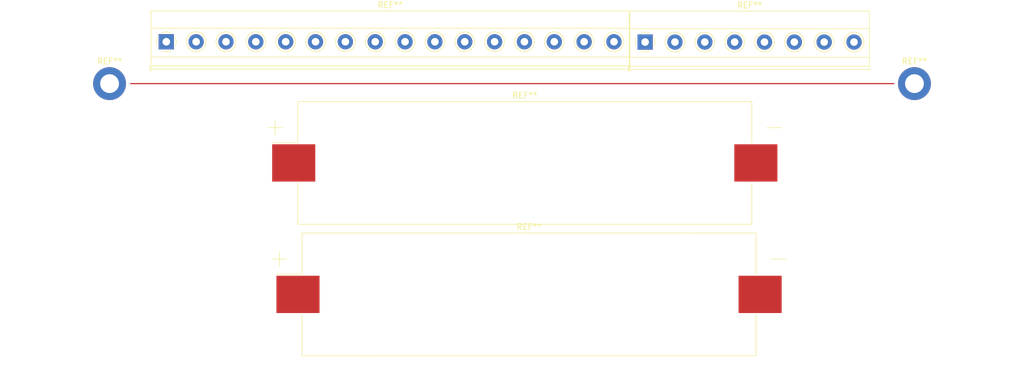
<source format=kicad_pcb>
(kicad_pcb (version 20240108) (generator "pcbnew") (generator_version "8.0")
  (layers (0 "F.Cu" signal) (31 "B.Cu" signal) (34 "B.Paste" user) (35 "F.Paste" user) (36 "B.SilkS" user "B.Silkscreen") (37 "F.SilkS" user "F.Silkscreen") (38 "B.Mask" user) (39 "F.Mask" user) (44 "Edge.Cuts" user))
  (net 0 "")
  (footprint "MountingHole:MountingHole_3.2mm_M3_DIN965_Pad_TopBottom" (layer "F.Cu") (at 137 0)
    (property "Reference" "REF**" (at 0 -3.8 0) (layer "F.SilkS"))
    (property "Value" "MountingHole_3.2mm_M3_DIN965_Pad_TopBottom")
    (pad "1" thru_hole circle (at 0 0) (size 3.6 3.6) (drill 3.2) (layers "*.Cu" "*.Mask"))
    (pad "1" connect circle (at 0 0) (size 5.6 5.6) (layers "F.Cu" "F.Mask"))
    (pad "1" connect circle (at 0 0) (size 5.6 5.6) (layers "B.Cu" "B.Mask"))
  )
  (footprint "Battery:BatteryHolder_Keystone_1042_1x18650" (layer "F.Cu") (at 70.675 13.5)
    (property "Reference" "REF**" (at 0 -11.5 0) (layer "F.SilkS"))
    (property "Value" "BatteryHolder_Keystone_1042_1x18650")
    (fp_line (start -43.75 -6) (end -41.25 -6) (stroke (width 0.12)) (layer "F.SilkS"))
    (fp_line (start -42.5 -4.75) (end -42.5 -7.25) (stroke (width 0.12)) (layer "F.SilkS"))
    (fp_line (start -38.64 -10.44) (end -38.64 -3.44) (stroke (width 0.12)) (layer "F.SilkS"))
    (fp_line (start -38.64 -3.44) (end -43 -3.44) (stroke (width 0.12)) (layer "F.SilkS"))
    (fp_line (start -38.64 10.44) (end -38.64 3.44) (stroke (width 0.12)) (layer "F.SilkS"))
    (fp_line (start 38.64 -10.44) (end -38.64 -10.44) (stroke (width 0.12)) (layer "F.SilkS"))
    (fp_line (start 38.64 -3.44) (end 38.64 -10.42) (stroke (width 0.12)) (layer "F.SilkS"))
    (fp_line (start 38.64 3.44) (end 38.64 10.44) (stroke (width 0.12)) (layer "F.SilkS"))
    (fp_line (start 38.64 10.44) (end -38.64 10.44) (stroke (width 0.12)) (layer "F.SilkS"))
    (fp_line (start 43.75 -6) (end 41.25 -6) (stroke (width 0.12)) (layer "F.SilkS"))
    (pad "" np_thru_hole circle (at -35.93 -8) (size 2.39 2.39) (drill 2.39) (layers "*.Cu" "*.Mask"))
    (pad "" np_thru_hole circle (at -27.6 8) (size 3.45 3.45) (drill 3.45) (layers "*.Cu" "*.Mask"))
    (pad "" np_thru_hole circle (at 27.6 -8) (size 3.45 3.45) (drill 3.45) (layers "*.Cu" "*.Mask"))
    (pad "1" smd rect (at -39.33 0) (size 7.34 6.35) (layers "F.Cu" "F.Paste" "F.Mask"))
    (pad "2" smd rect (at 39.33 0) (size 7.34 6.35) (layers "F.Cu" "F.Paste" "F.Mask"))
  )
  (footprint "TerminalBlock_Phoenix:TerminalBlock_Phoenix_MKDS-1,5-8-5.08_1x08_P5.08mm_Horizontal" (layer "F.Cu") (at 91.155 -7.075)
    (property "Reference" "REF**" (at 17.78 -6.26 0) (layer "F.SilkS"))
    (property "Value" "TerminalBlock_Phoenix_MKDS-1,5-8-5.08_1x08_P5.08mm_Horizontal")
    (fp_line (start -2.84 4.16) (end -2.84 4.9) (stroke (width 0.12)) (layer "F.SilkS"))
    (fp_line (start -2.84 4.9) (end -2.34 4.9) (stroke (width 0.12)) (layer "F.SilkS"))
    (fp_line (start -2.6 -5.261) (end -2.6 4.66) (stroke (width 0.12)) (layer "F.SilkS"))
    (fp_line (start -2.6 -5.261) (end 38.16 -5.261) (stroke (width 0.12)) (layer "F.SilkS"))
    (fp_line (start -2.6 -2.301) (end 38.16 -2.301) (stroke (width 0.12)) (layer "F.SilkS"))
    (fp_line (start -2.6 2.6) (end 38.16 2.6) (stroke (width 0.12)) (layer "F.SilkS"))
    (fp_line (start -2.6 4.1) (end 38.16 4.1) (stroke (width 0.12)) (layer "F.SilkS"))
    (fp_line (start -2.6 4.66) (end 38.16 4.66) (stroke (width 0.12)) (layer "F.SilkS"))
    (fp_line (start 3.853 1.023) (end 3.806 1.069) (stroke (width 0.12)) (layer "F.SilkS"))
    (fp_line (start 4.046 1.239) (end 4.011 1.274) (stroke (width 0.12)) (layer "F.SilkS"))
    (fp_line (start 6.15 -1.275) (end 6.115 -1.239) (stroke (width 0.12)) (layer "F.SilkS"))
    (fp_line (start 6.355 -1.069) (end 6.308 -1.023) (stroke (width 0.12)) (layer "F.SilkS"))
    (fp_line (start 8.933 1.023) (end 8.886 1.069) (stroke (width 0.12)) (layer "F.SilkS"))
    (fp_line (start 9.126 1.239) (end 9.091 1.274) (stroke (width 0.12)) (layer "F.SilkS"))
    (fp_line (start 11.23 -1.275) (end 11.195 -1.239) (stroke (width 0.12)) (layer "F.SilkS"))
    (fp_line (start 11.435 -1.069) (end 11.388 -1.023) (stroke (width 0.12)) (layer "F.SilkS"))
    (fp_line (start 14.013 1.023) (end 13.966 1.069) (stroke (width 0.12)) (layer "F.SilkS"))
    (fp_line (start 14.206 1.239) (end 14.171 1.274) (stroke (width 0.12)) (layer "F.SilkS"))
    (fp_line (start 16.31 -1.275) (end 16.275 -1.239) (stroke (width 0.12)) (layer "F.SilkS"))
    (fp_line (start 16.515 -1.069) (end 16.468 -1.023) (stroke (width 0.12)) (layer "F.SilkS"))
    (fp_line (start 19.093 1.023) (end 19.046 1.069) (stroke (width 0.12)) (layer "F.SilkS"))
    (fp_line (start 19.286 1.239) (end 19.251 1.274) (stroke (width 0.12)) (layer "F.SilkS"))
    (fp_line (start 21.39 -1.275) (end 21.355 -1.239) (stroke (width 0.12)) (layer "F.SilkS"))
    (fp_line (start 21.595 -1.069) (end 21.548 -1.023) (stroke (width 0.12)) (layer "F.SilkS"))
    (fp_line (start 24.173 1.023) (end 24.126 1.069) (stroke (width 0.12)) (layer "F.SilkS"))
    (fp_line (start 24.366 1.239) (end 24.331 1.274) (stroke (width 0.12)) (layer "F.SilkS"))
    (fp_line (start 26.47 -1.275) (end 26.435 -1.239) (stroke (width 0.12)) (layer "F.SilkS"))
    (fp_line (start 26.675 -1.069) (end 26.628 -1.023) (stroke (width 0.12)) (layer "F.SilkS"))
    (fp_line (start 29.253 1.023) (end 29.206 1.069) (stroke (width 0.12)) (layer "F.SilkS"))
    (fp_line (start 29.446 1.239) (end 29.411 1.274) (stroke (width 0.12)) (layer "F.SilkS"))
    (fp_line (start 31.55 -1.275) (end 31.515 -1.239) (stroke (width 0.12)) (layer "F.SilkS"))
    (fp_line (start 31.755 -1.069) (end 31.708 -1.023) (stroke (width 0.12)) (layer "F.SilkS"))
    (fp_line (start 34.333 1.023) (end 34.286 1.069) (stroke (width 0.12)) (layer "F.SilkS"))
    (fp_line (start 34.526 1.239) (end 34.491 1.274) (stroke (width 0.12)) (layer "F.SilkS"))
    (fp_line (start 36.63 -1.275) (end 36.595 -1.239) (stroke (width 0.12)) (layer "F.SilkS"))
    (fp_line (start 36.835 -1.069) (end 36.788 -1.023) (stroke (width 0.12)) (layer "F.SilkS"))
    (fp_line (start 38.16 -5.261) (end 38.16 4.66) (stroke (width 0.12)) (layer "F.SilkS"))
    (fp_arc (start -1.535427 0.683042) (mid -1.680501 -0.000524) (end -1.535 -0.684) (stroke (width 0.12)) (layer "F.SilkS"))
    (fp_arc (start -0.683042 -1.535427) (mid 0.000524 -1.680501) (end 0.684 -1.535) (stroke (width 0.12)) (layer "F.SilkS"))
    (fp_arc (start 0.028805 1.680253) (mid -0.335551 1.646659) (end -0.684 1.535) (stroke (width 0.12)) (layer "F.SilkS"))
    (fp_arc (start 0.683318 1.534756) (mid 0.349292 1.643288) (end 0 1.68) (stroke (width 0.12)) (layer "F.SilkS"))
    (fp_arc (start 1.535427 -0.683042) (mid 1.680501 0.000524) (end 1.535 0.684) (stroke (width 0.12)) (layer "F.SilkS"))
    (fp_circle (center 5.08 0) (end 6.76 0) (stroke (width 0.12)) (fill none) (layer "F.SilkS"))
    (fp_circle (center 10.16 0) (end 11.84 0) (stroke (width 0.12)) (fill none) (layer "F.SilkS"))
    (fp_circle (center 15.24 0) (end 16.92 0) (stroke (width 0.12)) (fill none) (layer "F.SilkS"))
    (fp_circle (center 20.32 0) (end 22 0) (stroke (width 0.12)) (fill none) (layer "F.SilkS"))
    (fp_circle (center 25.4 0) (end 27.08 0) (stroke (width 0.12)) (fill none) (layer "F.SilkS"))
    (fp_circle (center 30.48 0) (end 32.16 0) (stroke (width 0.12)) (fill none) (layer "F.SilkS"))
    (fp_circle (center 35.56 0) (end 37.24 0) (stroke (width 0.12)) (fill none) (layer "F.SilkS"))
    (pad "1" thru_hole rect (at 0 0) (size 2.6 2.6) (drill 1.3) (layers "*.Cu" "*.Mask"))
    (pad "2" thru_hole circle (at 5.08 0) (size 2.6 2.6) (drill 1.3) (layers "*.Cu" "*.Mask"))
    (pad "3" thru_hole circle (at 10.16 0) (size 2.6 2.6) (drill 1.3) (layers "*.Cu" "*.Mask"))
    (pad "4" thru_hole circle (at 15.24 0) (size 2.6 2.6) (drill 1.3) (layers "*.Cu" "*.Mask"))
    (pad "5" thru_hole circle (at 20.32 0) (size 2.6 2.6) (drill 1.3) (layers "*.Cu" "*.Mask"))
    (pad "6" thru_hole circle (at 25.4 0) (size 2.6 2.6) (drill 1.3) (layers "*.Cu" "*.Mask"))
    (pad "7" thru_hole circle (at 30.48 0) (size 2.6 2.6) (drill 1.3) (layers "*.Cu" "*.Mask"))
    (pad "8" thru_hole circle (at 35.56 0) (size 2.6 2.6) (drill 1.3) (layers "*.Cu" "*.Mask"))
  )
  (footprint "Battery:BatteryHolder_Keystone_1042_1x18650" (layer "F.Cu") (at 71.4 35.875)
    (property "Reference" "REF**" (at 0 -11.5 0) (layer "F.SilkS"))
    (property "Value" "BatteryHolder_Keystone_1042_1x18650")
    (fp_line (start -43.75 -6) (end -41.25 -6) (stroke (width 0.12)) (layer "F.SilkS"))
    (fp_line (start -42.5 -4.75) (end -42.5 -7.25) (stroke (width 0.12)) (layer "F.SilkS"))
    (fp_line (start -38.64 -10.44) (end -38.64 -3.44) (stroke (width 0.12)) (layer "F.SilkS"))
    (fp_line (start -38.64 -3.44) (end -43 -3.44) (stroke (width 0.12)) (layer "F.SilkS"))
    (fp_line (start -38.64 10.44) (end -38.64 3.44) (stroke (width 0.12)) (layer "F.SilkS"))
    (fp_line (start 38.64 -10.44) (end -38.64 -10.44) (stroke (width 0.12)) (layer "F.SilkS"))
    (fp_line (start 38.64 -3.44) (end 38.64 -10.42) (stroke (width 0.12)) (layer "F.SilkS"))
    (fp_line (start 38.64 3.44) (end 38.64 10.44) (stroke (width 0.12)) (layer "F.SilkS"))
    (fp_line (start 38.64 10.44) (end -38.64 10.44) (stroke (width 0.12)) (layer "F.SilkS"))
    (fp_line (start 43.75 -6) (end 41.25 -6) (stroke (width 0.12)) (layer "F.SilkS"))
    (pad "" np_thru_hole circle (at -35.93 -8) (size 2.39 2.39) (drill 2.39) (layers "F&B.Cu" "*.Mask"))
    (pad "" np_thru_hole circle (at -27.6 8) (size 3.45 3.45) (drill 3.45) (layers "F&B.Cu" "*.Mask"))
    (pad "" np_thru_hole circle (at 27.6 -8) (size 3.45 3.45) (drill 3.45) (layers "F&B.Cu" "*.Mask"))
    (pad "1" smd rect (at -39.33 0) (size 7.34 6.35) (layers "F.Cu" "F.Paste" "F.Mask"))
    (pad "2" smd rect (at 39.33 0) (size 7.34 6.35) (layers "F.Cu" "F.Paste" "F.Mask"))
  )
  (footprint "MountingHole:MountingHole_3.2mm_M3_DIN965_Pad_TopBottom" (layer "F.Cu") (at 0 0)
    (property "Reference" "REF**" (at 0 -3.8 0) (layer "F.SilkS"))
    (property "Value" "MountingHole_3.2mm_M3_DIN965_Pad_TopBottom")
    (pad "1" thru_hole circle (at 0 0) (size 3.6 3.6) (drill 3.2) (layers "*.Cu" "*.Mask"))
    (pad "1" connect circle (at 0 0) (size 5.6 5.6) (layers "F.Cu" "F.Mask"))
    (pad "1" connect circle (at 0 0) (size 5.6 5.6) (layers "B.Cu" "B.Mask"))
  )
  (footprint "TerminalBlock_Phoenix:TerminalBlock_Phoenix_MKDS-1,5-16-5.08_1x16_P5.08mm_Horizontal" (layer "F.Cu") (at 9.655 -7.125)
    (property "Reference" "REF**" (at 38.1 -6.26 0) (layer "F.SilkS"))
    (property "Value" "TerminalBlock_Phoenix_MKDS-1,5-16-5.08_1x16_P5.08mm_Horizontal")
    (fp_line (start -2.84 4.16) (end -2.84 4.9) (stroke (width 0.12)) (layer "F.SilkS"))
    (fp_line (start -2.84 4.9) (end -2.34 4.9) (stroke (width 0.12)) (layer "F.SilkS"))
    (fp_line (start -2.6 -5.261) (end -2.6 4.66) (stroke (width 0.12)) (layer "F.SilkS"))
    (fp_line (start -2.6 -5.261) (end 78.801 -5.261) (stroke (width 0.12)) (layer "F.SilkS"))
    (fp_line (start -2.6 -2.301) (end 78.801 -2.301) (stroke (width 0.12)) (layer "F.SilkS"))
    (fp_line (start -2.6 2.6) (end 78.801 2.6) (stroke (width 0.12)) (layer "F.SilkS"))
    (fp_line (start -2.6 4.1) (end 78.801 4.1) (stroke (width 0.12)) (layer "F.SilkS"))
    (fp_line (start -2.6 4.66) (end 78.801 4.66) (stroke (width 0.12)) (layer "F.SilkS"))
    (fp_line (start 3.853 1.023) (end 3.806 1.069) (stroke (width 0.12)) (layer "F.SilkS"))
    (fp_line (start 4.046 1.239) (end 4.011 1.274) (stroke (width 0.12)) (layer "F.SilkS"))
    (fp_line (start 6.15 -1.275) (end 6.115 -1.239) (stroke (width 0.12)) (layer "F.SilkS"))
    (fp_line (start 6.355 -1.069) (end 6.308 -1.023) (stroke (width 0.12)) (layer "F.SilkS"))
    (fp_line (start 8.933 1.023) (end 8.886 1.069) (stroke (width 0.12)) (layer "F.SilkS"))
    (fp_line (start 9.126 1.239) (end 9.091 1.274) (stroke (width 0.12)) (layer "F.SilkS"))
    (fp_line (start 11.23 -1.275) (end 11.195 -1.239) (stroke (width 0.12)) (layer "F.SilkS"))
    (fp_line (start 11.435 -1.069) (end 11.388 -1.023) (stroke (width 0.12)) (layer "F.SilkS"))
    (fp_line (start 14.013 1.023) (end 13.966 1.069) (stroke (width 0.12)) (layer "F.SilkS"))
    (fp_line (start 14.206 1.239) (end 14.171 1.274) (stroke (width 0.12)) (layer "F.SilkS"))
    (fp_line (start 16.31 -1.275) (end 16.275 -1.239) (stroke (width 0.12)) (layer "F.SilkS"))
    (fp_line (start 16.515 -1.069) (end 16.468 -1.023) (stroke (width 0.12)) (layer "F.SilkS"))
    (fp_line (start 19.093 1.023) (end 19.046 1.069) (stroke (width 0.12)) (layer "F.SilkS"))
    (fp_line (start 19.286 1.239) (end 19.251 1.274) (stroke (width 0.12)) (layer "F.SilkS"))
    (fp_line (start 21.39 -1.275) (end 21.355 -1.239) (stroke (width 0.12)) (layer "F.SilkS"))
    (fp_line (start 21.595 -1.069) (end 21.548 -1.023) (stroke (width 0.12)) (layer "F.SilkS"))
    (fp_line (start 24.173 1.023) (end 24.126 1.069) (stroke (width 0.12)) (layer "F.SilkS"))
    (fp_line (start 24.366 1.239) (end 24.331 1.274) (stroke (width 0.12)) (layer "F.SilkS"))
    (fp_line (start 26.47 -1.275) (end 26.435 -1.239) (stroke (width 0.12)) (layer "F.SilkS"))
    (fp_line (start 26.675 -1.069) (end 26.628 -1.023) (stroke (width 0.12)) (layer "F.SilkS"))
    (fp_line (start 29.253 1.023) (end 29.206 1.069) (stroke (width 0.12)) (layer "F.SilkS"))
    (fp_line (start 29.446 1.239) (end 29.411 1.274) (stroke (width 0.12)) (layer "F.SilkS"))
    (fp_line (start 31.55 -1.275) (end 31.515 -1.239) (stroke (width 0.12)) (layer "F.SilkS"))
    (fp_line (start 31.755 -1.069) (end 31.708 -1.023) (stroke (width 0.12)) (layer "F.SilkS"))
    (fp_line (start 34.333 1.023) (end 34.286 1.069) (stroke (width 0.12)) (layer "F.SilkS"))
    (fp_line (start 34.526 1.239) (end 34.491 1.274) (stroke (width 0.12)) (layer "F.SilkS"))
    (fp_line (start 36.63 -1.275) (end 36.595 -1.239) (stroke (width 0.12)) (layer "F.SilkS"))
    (fp_line (start 36.835 -1.069) (end 36.788 -1.023) (stroke (width 0.12)) (layer "F.SilkS"))
    (fp_line (start 39.413 1.023) (end 39.366 1.069) (stroke (width 0.12)) (layer "F.SilkS"))
    (fp_line (start 39.606 1.239) (end 39.571 1.274) (stroke (width 0.12)) (layer "F.SilkS"))
    (fp_line (start 41.71 -1.275) (end 41.675 -1.239) (stroke (width 0.12)) (layer "F.SilkS"))
    (fp_line (start 41.915 -1.069) (end 41.868 -1.023) (stroke (width 0.12)) (layer "F.SilkS"))
    (fp_line (start 44.493 1.023) (end 44.446 1.069) (stroke (width 0.12)) (layer "F.SilkS"))
    (fp_line (start 44.686 1.239) (end 44.651 1.274) (stroke (width 0.12)) (layer "F.SilkS"))
    (fp_line (start 46.79 -1.275) (end 46.755 -1.239) (stroke (width 0.12)) (layer "F.SilkS"))
    (fp_line (start 46.995 -1.069) (end 46.948 -1.023) (stroke (width 0.12)) (layer "F.SilkS"))
    (fp_line (start 49.573 1.023) (end 49.526 1.069) (stroke (width 0.12)) (layer "F.SilkS"))
    (fp_line (start 49.766 1.239) (end 49.731 1.274) (stroke (width 0.12)) (layer "F.SilkS"))
    (fp_line (start 51.87 -1.275) (end 51.835 -1.239) (stroke (width 0.12)) (layer "F.SilkS"))
    (fp_line (start 52.075 -1.069) (end 52.028 -1.023) (stroke (width 0.12)) (layer "F.SilkS"))
    (fp_line (start 54.653 1.023) (end 54.606 1.069) (stroke (width 0.12)) (layer "F.SilkS"))
    (fp_line (start 54.846 1.239) (end 54.811 1.274) (stroke (width 0.12)) (layer "F.SilkS"))
    (fp_line (start 56.95 -1.275) (end 56.915 -1.239) (stroke (width 0.12)) (layer "F.SilkS"))
    (fp_line (start 57.155 -1.069) (end 57.108 -1.023) (stroke (width 0.12)) (layer "F.SilkS"))
    (fp_line (start 59.733 1.023) (end 59.686 1.069) (stroke (width 0.12)) (layer "F.SilkS"))
    (fp_line (start 59.926 1.239) (end 59.891 1.274) (stroke (width 0.12)) (layer "F.SilkS"))
    (fp_line (start 62.03 -1.275) (end 61.995 -1.239) (stroke (width 0.12)) (layer "F.SilkS"))
    (fp_line (start 62.235 -1.069) (end 62.188 -1.023) (stroke (width 0.12)) (layer "F.SilkS"))
    (fp_line (start 64.813 1.023) (end 64.766 1.069) (stroke (width 0.12)) (layer "F.SilkS"))
    (fp_line (start 65.006 1.239) (end 64.971 1.274) (stroke (width 0.12)) (layer "F.SilkS"))
    (fp_line (start 67.11 -1.275) (end 67.075 -1.239) (stroke (width 0.12)) (layer "F.SilkS"))
    (fp_line (start 67.315 -1.069) (end 67.268 -1.023) (stroke (width 0.12)) (layer "F.SilkS"))
    (fp_line (start 69.893 1.023) (end 69.846 1.069) (stroke (width 0.12)) (layer "F.SilkS"))
    (fp_line (start 70.086 1.239) (end 70.051 1.274) (stroke (width 0.12)) (layer "F.SilkS"))
    (fp_line (start 72.19 -1.275) (end 72.155 -1.239) (stroke (width 0.12)) (layer "F.SilkS"))
    (fp_line (start 72.395 -1.069) (end 72.348 -1.023) (stroke (width 0.12)) (layer "F.SilkS"))
    (fp_line (start 74.973 1.023) (end 74.926 1.069) (stroke (width 0.12)) (layer "F.SilkS"))
    (fp_line (start 75.166 1.239) (end 75.131 1.274) (stroke (width 0.12)) (layer "F.SilkS"))
    (fp_line (start 77.27 -1.275) (end 77.235 -1.239) (stroke (width 0.12)) (layer "F.SilkS"))
    (fp_line (start 77.475 -1.069) (end 77.428 -1.023) (stroke (width 0.12)) (layer "F.SilkS"))
    (fp_line (start 78.801 -5.261) (end 78.801 4.66) (stroke (width 0.12)) (layer "F.SilkS"))
    (fp_arc (start -1.535427 0.683042) (mid -1.680501 -0.000524) (end -1.535 -0.684) (stroke (width 0.12)) (layer "F.SilkS"))
    (fp_arc (start -0.683042 -1.535427) (mid 0.000524 -1.680501) (end 0.684 -1.535) (stroke (width 0.12)) (layer "F.SilkS"))
    (fp_arc (start 0.028805 1.680253) (mid -0.335551 1.646659) (end -0.684 1.535) (stroke (width 0.12)) (layer "F.SilkS"))
    (fp_arc (start 0.683318 1.534756) (mid 0.349292 1.643288) (end 0 1.68) (stroke (width 0.12)) (layer "F.SilkS"))
    (fp_arc (start 1.535427 -0.683042) (mid 1.680501 0.000524) (end 1.535 0.684) (stroke (width 0.12)) (layer "F.SilkS"))
    (fp_circle (center 5.08 0) (end 6.76 0) (stroke (width 0.12)) (fill none) (layer "F.SilkS"))
    (fp_circle (center 10.16 0) (end 11.84 0) (stroke (width 0.12)) (fill none) (layer "F.SilkS"))
    (fp_circle (center 15.24 0) (end 16.92 0) (stroke (width 0.12)) (fill none) (layer "F.SilkS"))
    (fp_circle (center 20.32 0) (end 22 0) (stroke (width 0.12)) (fill none) (layer "F.SilkS"))
    (fp_circle (center 25.4 0) (end 27.08 0) (stroke (width 0.12)) (fill none) (layer "F.SilkS"))
    (fp_circle (center 30.48 0) (end 32.16 0) (stroke (width 0.12)) (fill none) (layer "F.SilkS"))
    (fp_circle (center 35.56 0) (end 37.24 0) (stroke (width 0.12)) (fill none) (layer "F.SilkS"))
    (fp_circle (center 40.64 0) (end 42.32 0) (stroke (width 0.12)) (fill none) (layer "F.SilkS"))
    (fp_circle (center 45.72 0) (end 47.4 0) (stroke (width 0.12)) (fill none) (layer "F.SilkS"))
    (fp_circle (center 50.8 0) (end 52.48 0) (stroke (width 0.12)) (fill none) (layer "F.SilkS"))
    (fp_circle (center 55.88 0) (end 57.56 0) (stroke (width 0.12)) (fill none) (layer "F.SilkS"))
    (fp_circle (center 60.96 0) (end 62.64 0) (stroke (width 0.12)) (fill none) (layer "F.SilkS"))
    (fp_circle (center 66.04 0) (end 67.72 0) (stroke (width 0.12)) (fill none) (layer "F.SilkS"))
    (fp_circle (center 71.12 0) (end 72.8 0) (stroke (width 0.12)) (fill none) (layer "F.SilkS"))
    (fp_circle (center 76.2 0) (end 77.88 0) (stroke (width 0.12)) (fill none) (layer "F.SilkS"))
    (pad "1" thru_hole rect (at 0 0) (size 2.6 2.6) (drill 1.3) (layers "*.Cu" "*.Mask"))
    (pad "2" thru_hole circle (at 5.08 0) (size 2.6 2.6) (drill 1.3) (layers "*.Cu" "*.Mask"))
    (pad "3" thru_hole circle (at 10.16 0) (size 2.6 2.6) (drill 1.3) (layers "*.Cu" "*.Mask"))
    (pad "4" thru_hole circle (at 15.24 0) (size 2.6 2.6) (drill 1.3) (layers "*.Cu" "*.Mask"))
    (pad "5" thru_hole circle (at 20.32 0) (size 2.6 2.6) (drill 1.3) (layers "*.Cu" "*.Mask"))
    (pad "6" thru_hole circle (at 25.4 0) (size 2.6 2.6) (drill 1.3) (layers "*.Cu" "*.Mask"))
    (pad "7" thru_hole circle (at 30.48 0) (size 2.6 2.6) (drill 1.3) (layers "*.Cu" "*.Mask"))
    (pad "8" thru_hole circle (at 35.56 0) (size 2.6 2.6) (drill 1.3) (layers "*.Cu" "*.Mask"))
    (pad "9" thru_hole circle (at 40.64 0) (size 2.6 2.6) (drill 1.3) (layers "*.Cu" "*.Mask"))
    (pad "10" thru_hole circle (at 45.72 0) (size 2.6 2.6) (drill 1.3) (layers "*.Cu" "*.Mask"))
    (pad "11" thru_hole circle (at 50.8 0) (size 2.6 2.6) (drill 1.3) (layers "*.Cu" "*.Mask"))
    (pad "12" thru_hole circle (at 55.88 0) (size 2.6 2.6) (drill 1.3) (layers "*.Cu" "*.Mask"))
    (pad "13" thru_hole circle (at 60.96 0) (size 2.6 2.6) (drill 1.3) (layers "*.Cu" "*.Mask"))
    (pad "14" thru_hole circle (at 66.04 0) (size 2.6 2.6) (drill 1.3) (layers "*.Cu" "*.Mask"))
    (pad "15" thru_hole circle (at 71.12 0) (size 2.6 2.6) (drill 1.3) (layers "*.Cu" "*.Mask"))
    (pad "16" thru_hole circle (at 76.2 0) (size 2.6 2.6) (drill 1.3) (layers "*.Cu" "*.Mask"))
  )
  (gr_rect (start 3.5 0) (end 133.5 0) (stroke (width 0.2)) (fill none) (layer "F.Cu"))
)
</source>
